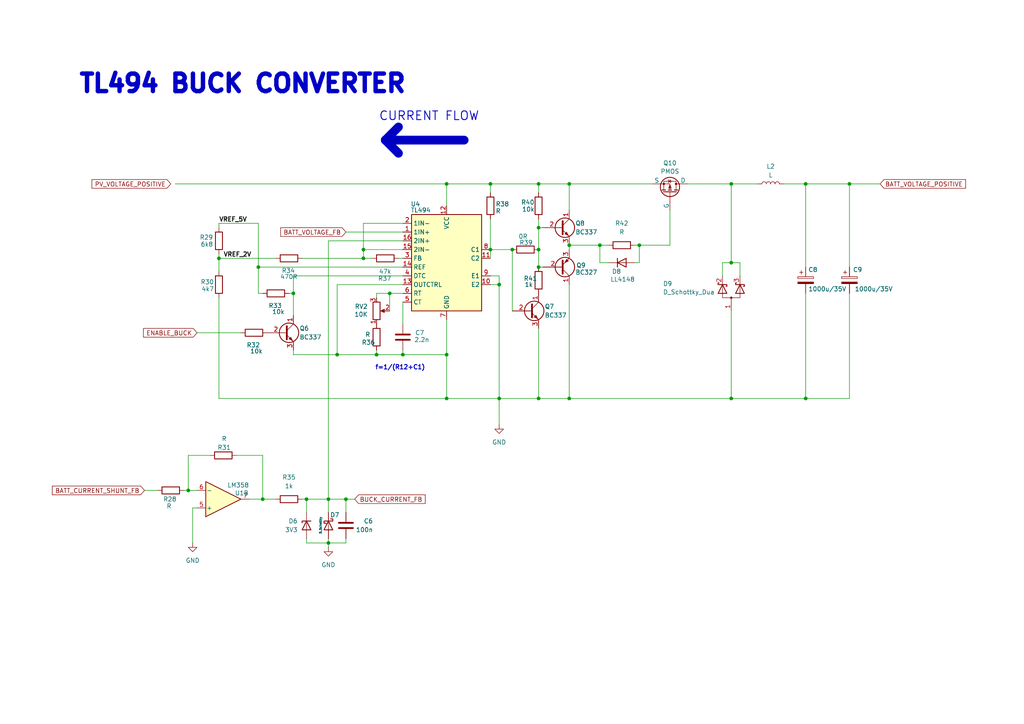
<source format=kicad_sch>
(kicad_sch (version 20231120) (generator "eeschema") (generator_version "8.0")
  (paper "A4")
  (lib_symbols
    (symbol "Amplifier_Operational:LM358" (pin_names (offset 0.127))
      (property "Reference" "U" (at 0 5.08 0))
      (property "Value" "LM358" (at 0 -5.08 0))
      (symbol "LM358_1_1"
        (polyline (pts (xy -5.08 5.08) (xy 5.08 0) (xy -5.08 -5.08) (xy -5.08 5.08)) (stroke (width 0.254)) (fill (type background)))
        (pin output line (at 7.62 0 180) (length 2.54) (name "~") (number "1"))
        (pin input line (at -7.62 -2.54 0) (length 2.54) (name "-") (number "2"))
        (pin input line (at -7.62 2.54 0) (length 2.54) (name "+") (number "3"))
      )
      (symbol "LM358_2_1"
        (polyline (pts (xy -5.08 5.08) (xy 5.08 0) (xy -5.08 -5.08) (xy -5.08 5.08)) (stroke (width 0.254)) (fill (type background)))
        (pin input line (at -7.62 2.54 0) (length 2.54) (name "+") (number "5"))
        (pin input line (at -7.62 -2.54 0) (length 2.54) (name "-") (number "6"))
        (pin output line (at 7.62 0 180) (length 2.54) (name "~") (number "7"))
      )
      (symbol "LM358_3_1"
        (pin power_in line (at -2.54 -7.62 90) (length 3.81) (name "V-") (number "4"))
        (pin power_in line (at -2.54 7.62 270) (length 3.81) (name "V+") (number "8"))
      )
    )
    (symbol "Device:C" (pin_numbers hide) (pin_names (offset 0.254))
      (property "Reference" "C" (at 0.635 2.54 0))
      (property "Value" "C" (at 0.635 -2.54 0))
      (symbol "C_0_1"
        (polyline (pts (xy -2.032 -0.762) (xy 2.032 -0.762)) (stroke (width 0.508)))
        (polyline (pts (xy -2.032 0.762) (xy 2.032 0.762)) (stroke (width 0.508)))
      )
      (symbol "C_1_1"
        (pin passive line (at 0 3.81 270) (length 2.794) (name "~") (number "1"))
        (pin passive line (at 0 -3.81 90) (length 2.794) (name "~") (number "2"))
      )
    )
    (symbol "Device:C_Polarized" (pin_numbers hide) (pin_names (offset 0.254))
      (property "Reference" "C" (at 0.635 2.54 0))
      (property "Value" "C_Polarized" (at 0.635 -2.54 0))
      (symbol "C_Polarized_0_1"
        (rectangle (start -2.286 0.508) (end 2.286 1.016))
        (polyline (pts (xy -1.778 2.286) (xy -0.762 2.286)))
        (polyline (pts (xy -1.27 2.794) (xy -1.27 1.778)))
        (rectangle (start 2.286 -0.508) (end -2.286 -1.016) (fill (type outline)))
      )
      (symbol "C_Polarized_1_1"
        (pin passive line (at 0 3.81 270) (length 2.794) (name "~") (number "1"))
        (pin passive line (at 0 -3.81 90) (length 2.794) (name "~") (number "2"))
      )
    )
    (symbol "Device:D_Schottky" (pin_numbers hide) (pin_names (offset 1.016) hide)
      (property "Reference" "D" (at 0 2.54 0))
      (property "Value" "D_Schottky" (at 0 -2.54 0))
      (symbol "D_Schottky_0_1"
        (polyline (pts (xy 1.27 0) (xy -1.27 0)))
        (polyline (pts (xy 1.27 1.27) (xy 1.27 -1.27) (xy -1.27 0) (xy 1.27 1.27)) (stroke (width 0.254)))
        (polyline (pts (xy -1.905 0.635) (xy -1.905 1.27) (xy -1.27 1.27) (xy -1.27 -1.27) (xy -0.635 -1.27) (xy -0.635 -0.635)) (stroke (width 0.254)))
      )
      (symbol "D_Schottky_1_1"
        (pin passive line (at -3.81 0 0) (length 2.54) (name "K") (number "1"))
        (pin passive line (at 3.81 0 180) (length 2.54) (name "A") (number "2"))
      )
    )
    (symbol "Device:D_Schottky_Dual_CommonAnode_AKK_Parallel" (pin_names (offset 0.762) hide)
      (property "Reference" "D" (at 0 5.08 0))
      (property "Value" "D_Schottky_Dual_CommonAnode_AKK_Parallel" (at 0 -5.08 0))
      (symbol "D_Schottky_Dual_CommonAnode_AKK_Parallel_0_1"
        (circle (center -1.27 0) (radius 0.254) (fill (type outline)))
        (polyline (pts (xy -1.27 0) (xy -2.54 0)))
        (polyline (pts (xy 2.54 2.54) (xy -1.27 2.54) (xy -1.27 -2.54) (xy 2.54 -2.54)))
        (polyline (pts (xy 0 -1.27) (xy 2.54 -2.54) (xy 0 -3.81) (xy 0 -1.27) (xy 0 -1.27) (xy 0 -1.27)) (stroke (width 0.254)))
        (polyline (pts (xy 0 3.81) (xy 2.54 2.54) (xy 0 1.27) (xy 0 3.81) (xy 0 3.81) (xy 0 3.81)) (stroke (width 0.254)))
        (polyline (pts (xy 3.048 -1.524) (xy 3.048 -1.27) (xy 2.54 -1.27) (xy 2.54 -3.81) (xy 2.032 -3.81) (xy 2.032 -3.556)) (stroke (width 0.254)))
        (polyline (pts (xy 3.048 3.556) (xy 3.048 3.81) (xy 2.54 3.81) (xy 2.54 1.27) (xy 2.032 1.27) (xy 2.032 1.524)) (stroke (width 0.254)))
        (pin passive line (at -5.08 0 0) (length 2.54) (name "A") (number "1"))
        (pin passive line (at 5.08 2.54 180) (length 2.54) (name "K") (number "2"))
        (pin passive line (at 5.08 -2.54 180) (length 2.54) (name "K") (number "3"))
      )
    )
    (symbol "Device:D_Zener" (pin_numbers hide) (pin_names (offset 1.016) hide)
      (property "Reference" "D" (at 0 2.54 0))
      (property "Value" "D_Zener" (at 0 -2.54 0))
      (symbol "D_Zener_0_1"
        (polyline (pts (xy 1.27 0) (xy -1.27 0)))
        (polyline (pts (xy -1.27 -1.27) (xy -1.27 1.27) (xy -0.762 1.27)) (stroke (width 0.254)))
        (polyline (pts (xy 1.27 -1.27) (xy 1.27 1.27) (xy -1.27 0) (xy 1.27 -1.27)) (stroke (width 0.254)))
      )
      (symbol "D_Zener_1_1"
        (pin passive line (at -3.81 0 0) (length 2.54) (name "K") (number "1"))
        (pin passive line (at 3.81 0 180) (length 2.54) (name "A") (number "2"))
      )
    )
    (symbol "Device:L" (pin_numbers hide) (pin_names (offset 1.016) hide)
      (property "Reference" "L" (at -1.27 0 90))
      (property "Value" "L" (at 1.905 0 90))
      (symbol "L_0_1"
        (arc (start 0 -2.54) (mid 0.6323 -1.905) (end 0 -1.27))
        (arc (start 0 -1.27) (mid 0.6323 -0.635) (end 0 0))
        (arc (start 0 0) (mid 0.6323 0.635) (end 0 1.27))
        (arc (start 0 1.27) (mid 0.6323 1.905) (end 0 2.54))
      )
      (symbol "L_1_1"
        (pin passive line (at 0 3.81 270) (length 1.27) (name "1") (number "1"))
        (pin passive line (at 0 -3.81 90) (length 1.27) (name "2") (number "2"))
      )
    )
    (symbol "Device:R" (pin_numbers hide) (pin_names (offset 0))
      (property "Reference" "R" (at 2.032 0 90))
      (property "Value" "R" (at 0 0 90))
      (symbol "R_0_1"
        (rectangle (start -1.016 -2.54) (end 1.016 2.54) (stroke (width 0.254)))
      )
      (symbol "R_1_1"
        (pin passive line (at 0 3.81 270) (length 1.27) (name "~") (number "1"))
        (pin passive line (at 0 -3.81 90) (length 1.27) (name "~") (number "2"))
      )
    )
    (symbol "Device:R_Potentiometer" (pin_names (offset 1.016) hide)
      (property "Reference" "RV" (at -4.445 0 90))
      (property "Value" "R_Potentiometer" (at -2.54 0 90))
      (symbol "R_Potentiometer_0_1"
        (polyline (pts (xy 2.54 0) (xy 1.524 0)))
        (polyline (pts (xy 1.143 0) (xy 2.286 0.508) (xy 2.286 -0.508) (xy 1.143 0)) (fill (type outline)))
        (rectangle (start 1.016 2.54) (end -1.016 -2.54) (stroke (width 0.254)))
      )
      (symbol "R_Potentiometer_1_1"
        (pin passive line (at 0 3.81 270) (length 1.27) (name "1") (number "1"))
        (pin passive line (at 3.81 0 180) (length 1.27) (name "2") (number "2"))
        (pin passive line (at 0 -3.81 90) (length 1.27) (name "3") (number "3"))
      )
    )
    (symbol "Diode:LL4148" (pin_numbers hide) (pin_names hide)
      (property "Reference" "D" (at 0 2.54 0))
      (property "Value" "LL4148" (at 0 -2.54 0))
      (symbol "LL4148_0_1"
        (polyline (pts (xy -1.27 1.27) (xy -1.27 -1.27)) (stroke (width 0.254)))
        (polyline (pts (xy 1.27 0) (xy -1.27 0)))
        (polyline (pts (xy 1.27 1.27) (xy 1.27 -1.27) (xy -1.27 0) (xy 1.27 1.27)) (stroke (width 0.254)))
      )
      (symbol "LL4148_1_1"
        (pin passive line (at -3.81 0 0) (length 2.54) (name "K") (number "1"))
        (pin passive line (at 3.81 0 180) (length 2.54) (name "A") (number "2"))
      )
    )
    (symbol "Regulator_Controller:TL494"
      (property "Reference" "U" (at 3.81 19.05 0))
      (property "Value" "TL494" (at 3.81 16.51 0))
      (symbol "TL494_0_1"
        (rectangle (start -10.16 -12.7) (end 10.16 15.24) (stroke (width 0.254)) (fill (type background)))
      )
      (symbol "TL494_1_1"
        (pin input line (at -12.7 10.16 0) (length 2.54) (name "1IN+") (number "1"))
        (pin passive line (at 12.7 -5.08 180) (length 2.54) (name "E2") (number "10"))
        (pin passive line (at 12.7 2.54 180) (length 2.54) (name "C2") (number "11"))
        (pin power_in line (at 0 17.78 270) (length 2.54) (name "VCC") (number "12"))
        (pin input line (at -12.7 -5.08 0) (length 2.54) (name "OUTCTRL") (number "13"))
        (pin power_out line (at -12.7 0 0) (length 2.54) (name "REF") (number "14"))
        (pin input line (at -12.7 5.08 0) (length 2.54) (name "2IN-") (number "15"))
        (pin input line (at -12.7 7.62 0) (length 2.54) (name "2IN+") (number "16"))
        (pin input line (at -12.7 12.7 0) (length 2.54) (name "1IN-") (number "2"))
        (pin output line (at -12.7 2.54 0) (length 2.54) (name "FB") (number "3"))
        (pin input line (at -12.7 -2.54 0) (length 2.54) (name "DTC") (number "4"))
        (pin passive line (at -12.7 -10.16 0) (length 2.54) (name "CT") (number "5"))
        (pin passive line (at -12.7 -7.62 0) (length 2.54) (name "RT") (number "6"))
        (pin power_in line (at 0 -15.24 90) (length 2.54) (name "GND") (number "7"))
        (pin passive line (at 12.7 5.08 180) (length 2.54) (name "C1") (number "8"))
        (pin passive line (at 12.7 -2.54 180) (length 2.54) (name "E1") (number "9"))
      )
    )
    (symbol "Simulation_SPICE:PMOS" (pin_numbers hide) (pin_names (offset 0))
      (property "Reference" "Q" (at 5.08 1.27 0))
      (property "Value" "PMOS" (at 5.08 -1.27 0))
      (symbol "PMOS_0_1"
        (polyline (pts (xy 0.254 0) (xy -2.54 0)))
        (polyline (pts (xy 0.254 1.905) (xy 0.254 -1.905)) (stroke (width 0.254)))
        (polyline (pts (xy 0.762 -1.27) (xy 0.762 -2.286)) (stroke (width 0.254)))
        (polyline (pts (xy 0.762 0.508) (xy 0.762 -0.508)) (stroke (width 0.254)))
        (polyline (pts (xy 0.762 2.286) (xy 0.762 1.27)) (stroke (width 0.254)))
        (polyline (pts (xy 2.54 2.54) (xy 2.54 1.778)))
        (polyline (pts (xy 2.54 -2.54) (xy 2.54 0) (xy 0.762 0)))
        (polyline (pts (xy 0.762 1.778) (xy 3.302 1.778) (xy 3.302 -1.778) (xy 0.762 -1.778)))
        (polyline (pts (xy 2.286 0) (xy 1.27 0.381) (xy 1.27 -0.381) (xy 2.286 0)) (fill (type outline)))
        (polyline (pts (xy 2.794 -0.508) (xy 2.921 -0.381) (xy 3.683 -0.381) (xy 3.81 -0.254)))
        (polyline (pts (xy 3.302 -0.381) (xy 2.921 0.254) (xy 3.683 0.254) (xy 3.302 -0.381)))
        (circle (center 1.651 0) (radius 2.794) (stroke (width 0.254)))
        (circle (center 2.54 -1.778) (radius 0.254) (fill (type outline)))
        (circle (center 2.54 1.778) (radius 0.254) (fill (type outline)))
      )
      (symbol "PMOS_1_1"
        (pin passive line (at 2.54 5.08 270) (length 2.54) (name "D") (number "1"))
        (pin input line (at -5.08 0 0) (length 2.54) (name "G") (number "2"))
        (pin passive line (at 2.54 -5.08 90) (length 2.54) (name "S") (number "3"))
      )
    )
    (symbol "Transistor_BJT:BC327" (pin_names (offset 0) hide)
      (property "Reference" "Q" (at 5.08 1.905 0))
      (property "Value" "BC327" (at 5.08 0 0))
      (symbol "BC327_0_1"
        (polyline (pts (xy 0.635 0.635) (xy 2.54 2.54)))
        (polyline (pts (xy 0.635 -0.635) (xy 2.54 -2.54) (xy 2.54 -2.54)))
        (polyline (pts (xy 0.635 1.905) (xy 0.635 -1.905) (xy 0.635 -1.905)) (stroke (width 0.508)))
        (polyline (pts (xy 2.286 -1.778) (xy 1.778 -2.286) (xy 1.27 -1.27) (xy 2.286 -1.778) (xy 2.286 -1.778)) (fill (type outline)))
        (circle (center 1.27 0) (radius 2.8194) (stroke (width 0.254)))
      )
      (symbol "BC327_1_1"
        (pin passive line (at 2.54 5.08 270) (length 2.54) (name "C") (number "1"))
        (pin input line (at -5.08 0 0) (length 5.715) (name "B") (number "2"))
        (pin passive line (at 2.54 -5.08 90) (length 2.54) (name "E") (number "3"))
      )
    )
    (symbol "Transistor_BJT:BC337" (pin_names (offset 0) hide)
      (property "Reference" "Q" (at 5.08 1.905 0))
      (property "Value" "BC337" (at 5.08 0 0))
      (symbol "BC337_0_1"
        (polyline (pts (xy 0 0) (xy 0.635 0)))
        (polyline (pts (xy 0.635 0.635) (xy 2.54 2.54)))
        (polyline (pts (xy 0.635 -0.635) (xy 2.54 -2.54) (xy 2.54 -2.54)))
        (polyline (pts (xy 0.635 1.905) (xy 0.635 -1.905) (xy 0.635 -1.905)) (stroke (width 0.508)))
        (polyline (pts (xy 1.27 -1.778) (xy 1.778 -1.27) (xy 2.286 -2.286) (xy 1.27 -1.778) (xy 1.27 -1.778)) (fill (type outline)))
        (circle (center 1.27 0) (radius 2.8194) (stroke (width 0.254)))
      )
      (symbol "BC337_1_1"
        (pin passive line (at 2.54 5.08 270) (length 2.54) (name "C") (number "1"))
        (pin input line (at -5.08 0 0) (length 5.08) (name "B") (number "2"))
        (pin passive line (at 2.54 -5.08 90) (length 2.54) (name "E") (number "3"))
      )
    )
    (symbol "power:GND" (power) (pin_numbers hide) (pin_names (offset 0) hide)
      (property "Value" "GND" (at 0 -3.81 0))
      (symbol "GND_0_1"
        (polyline (pts (xy 0 0) (xy 0 -1.27) (xy 1.27 -1.27) (xy 0 -2.54) (xy -1.27 -1.27) (xy 0 -1.27)))
      )
      (symbol "GND_1_1"
        (pin power_in line (at 0 0 270) (length 0) (name "~") (number "1"))
      )
    )
  )
  (junction (at 109.22 102.87))
  (junction (at 144.78 82.55))
  (junction (at 165.1 115.57))
  (junction (at 148.59 72.39))
  (junction (at 129.54 53.34))
  (junction (at 63.5 74.93))
  (junction (at 185.42 71.12))
  (junction (at 95.25 144.78))
  (junction (at 156.21 53.34))
  (junction (at 74.93 77.47))
  (junction (at 95.25 157.48))
  (junction (at 54.61 142.24))
  (junction (at 85.09 85.09))
  (junction (at 113.03 85.09))
  (junction (at 129.54 102.87))
  (junction (at 233.68 53.34))
  (junction (at 212.09 53.34))
  (junction (at 156.21 66.04))
  (junction (at 116.84 102.87))
  (junction (at 156.21 72.39))
  (junction (at 173.99 71.12))
  (junction (at 233.68 115.57))
  (junction (at 129.54 115.57))
  (junction (at 165.1 71.12))
  (junction (at 156.21 115.57))
  (junction (at 144.78 115.57))
  (junction (at 142.24 53.34))
  (junction (at 100.33 144.78))
  (junction (at 97.79 102.87))
  (junction (at 246.38 53.34))
  (junction (at 156.21 77.47))
  (junction (at 105.41 74.93))
  (junction (at 165.1 53.34))
  (junction (at 142.24 72.39))
  (junction (at 105.41 72.39))
  (junction (at 212.09 76.2))
  (junction (at 88.9 144.78))
  (junction (at 76.2 144.78))
  (junction (at 212.09 115.57))
  (wire (pts (xy 246.38 85.09) (xy 246.38 115.57)))
  (wire (pts (xy 85.09 102.87) (xy 97.79 102.87)))
  (wire (pts (xy 129.54 92.71) (xy 129.54 102.87)))
  (wire (pts (xy 109.22 85.09) (xy 113.03 85.09)))
  (wire (pts (xy 76.2 85.09) (xy 74.93 85.09)))
  (wire (pts (xy 95.25 69.85) (xy 95.25 144.78)))
  (wire (pts (xy 156.21 95.25) (xy 156.21 115.57)))
  (wire (pts (xy 63.5 73.66) (xy 63.5 74.93)))
  (wire (pts (xy 142.24 82.55) (xy 144.78 82.55)))
  (wire (pts (xy 148.59 72.39) (xy 142.24 72.39)))
  (wire (pts (xy 184.15 76.2) (xy 185.42 76.2)))
  (wire (pts (xy 55.88 147.32) (xy 57.15 147.32)))
  (wire (pts (xy 233.68 53.34) (xy 233.68 77.47)))
  (wire (pts (xy 105.41 64.77) (xy 105.41 72.39)))
  (wire (pts (xy 142.24 72.39) (xy 142.24 74.93)))
  (wire (pts (xy 63.5 74.93) (xy 63.5 78.74)))
  (wire (pts (xy 95.25 157.48) (xy 100.33 157.48)))
  (wire (pts (xy 76.2 144.78) (xy 72.39 144.78)))
  (wire (pts (xy 156.21 63.5) (xy 156.21 66.04)))
  (wire (pts (xy 55.88 157.48) (xy 55.88 147.32)))
  (wire (pts (xy 165.1 71.12) (xy 165.1 72.39)))
  (wire (pts (xy 212.09 90.17) (xy 212.09 115.57)))
  (wire (pts (xy 246.38 53.34) (xy 255.27 53.34)))
  (wire (pts (xy 129.54 53.34) (xy 142.24 53.34)))
  (wire (pts (xy 129.54 115.57) (xy 144.78 115.57)))
  (wire (pts (xy 116.84 64.77) (xy 105.41 64.77)))
  (wire (pts (xy 156.21 53.34) (xy 165.1 53.34)))
  (wire (pts (xy 142.24 63.5) (xy 142.24 72.39)))
  (wire (pts (xy 115.57 74.93) (xy 116.84 74.93)))
  (wire (pts (xy 157.48 77.47) (xy 156.21 77.47)))
  (wire (pts (xy 233.68 85.09) (xy 233.68 115.57)))
  (wire (pts (xy 156.21 66.04) (xy 157.48 66.04)))
  (wire (pts (xy 63.5 86.36) (xy 63.5 115.57)))
  (wire (pts (xy 156.21 53.34) (xy 156.21 55.88)))
  (wire (pts (xy 109.22 102.87) (xy 116.84 102.87)))
  (wire (pts (xy 209.55 76.2) (xy 212.09 76.2)))
  (wire (pts (xy 50.8 53.34) (xy 129.54 53.34)))
  (wire (pts (xy 212.09 76.2) (xy 212.09 53.34)))
  (wire (pts (xy 212.09 115.57) (xy 233.68 115.57)))
  (wire (pts (xy 165.1 82.55) (xy 165.1 115.57)))
  (wire (pts (xy 176.53 76.2) (xy 173.99 76.2)))
  (wire (pts (xy 100.33 67.31) (xy 116.84 67.31)))
  (wire (pts (xy 109.22 85.09) (xy 109.22 86.36)))
  (wire (pts (xy 116.84 102.87) (xy 129.54 102.87)))
  (wire (pts (xy 144.78 82.55) (xy 144.78 115.57)))
  (wire (pts (xy 185.42 71.12) (xy 194.31 71.12)))
  (wire (pts (xy 54.61 142.24) (xy 54.61 132.08)))
  (wire (pts (xy 95.25 69.85) (xy 116.84 69.85)))
  (wire (pts (xy 87.63 74.93) (xy 105.41 74.93)))
  (wire (pts (xy 165.1 71.12) (xy 173.99 71.12)))
  (wire (pts (xy 142.24 53.34) (xy 142.24 55.88)))
  (polyline (pts (xy 115.57 36.83) (xy 111.76 40.64)) (stroke (width 2.54)))
  (wire (pts (xy 63.5 64.77) (xy 74.93 64.77)))
  (wire (pts (xy 116.84 85.09) (xy 113.03 85.09)))
  (wire (pts (xy 63.5 64.77) (xy 63.5 66.04)))
  (wire (pts (xy 41.91 142.24) (xy 45.72 142.24)))
  (wire (pts (xy 156.21 72.39) (xy 156.21 66.04)))
  (wire (pts (xy 74.93 77.47) (xy 116.84 77.47)))
  (wire (pts (xy 212.09 76.2) (xy 214.63 76.2)))
  (wire (pts (xy 85.09 80.01) (xy 116.84 80.01)))
  (wire (pts (xy 233.68 53.34) (xy 246.38 53.34)))
  (wire (pts (xy 85.09 85.09) (xy 85.09 91.44)))
  (wire (pts (xy 88.9 156.21) (xy 88.9 157.48)))
  (wire (pts (xy 105.41 74.93) (xy 107.95 74.93)))
  (wire (pts (xy 116.84 87.63) (xy 116.84 93.98)))
  (wire (pts (xy 185.42 76.2) (xy 185.42 71.12)))
  (wire (pts (xy 214.63 76.2) (xy 214.63 80.01)))
  (wire (pts (xy 100.33 157.48) (xy 100.33 156.21)))
  (wire (pts (xy 97.79 82.55) (xy 97.79 102.87)))
  (wire (pts (xy 212.09 53.34) (xy 219.71 53.34)))
  (wire (pts (xy 173.99 76.2) (xy 173.99 71.12)))
  (wire (pts (xy 116.84 101.6) (xy 116.84 102.87)))
  (wire (pts (xy 233.68 115.57) (xy 246.38 115.57)))
  (wire (pts (xy 100.33 144.78) (xy 102.87 144.78)))
  (wire (pts (xy 156.21 77.47) (xy 156.21 72.39)))
  (wire (pts (xy 144.78 80.01) (xy 144.78 82.55)))
  (wire (pts (xy 184.15 71.12) (xy 185.42 71.12)))
  (wire (pts (xy 109.22 101.6) (xy 109.22 102.87)))
  (wire (pts (xy 113.03 85.09) (xy 113.03 90.17)))
  (wire (pts (xy 209.55 80.01) (xy 209.55 76.2)))
  (wire (pts (xy 85.09 101.6) (xy 85.09 102.87)))
  (wire (pts (xy 246.38 53.34) (xy 246.38 77.47)))
  (wire (pts (xy 97.79 102.87) (xy 109.22 102.87)))
  (wire (pts (xy 156.21 115.57) (xy 165.1 115.57)))
  (polyline (pts (xy 115.57 44.45) (xy 111.76 40.64)) (stroke (width 2.54)))
  (wire (pts (xy 95.25 144.78) (xy 88.9 144.78)))
  (wire (pts (xy 74.93 85.09) (xy 74.93 77.47)))
  (wire (pts (xy 227.33 53.34) (xy 233.68 53.34)))
  (wire (pts (xy 95.25 144.78) (xy 95.25 148.59)))
  (wire (pts (xy 95.25 157.48) (xy 95.25 158.75)))
  (wire (pts (xy 80.01 144.78) (xy 76.2 144.78)))
  (wire (pts (xy 69.85 96.52) (xy 57.15 96.52)))
  (wire (pts (xy 85.09 80.01) (xy 85.09 85.09)))
  (wire (pts (xy 142.24 80.01) (xy 144.78 80.01)))
  (wire (pts (xy 95.25 156.21) (xy 95.25 157.48)))
  (wire (pts (xy 88.9 144.78) (xy 88.9 148.59)))
  (wire (pts (xy 116.84 72.39) (xy 105.41 72.39)))
  (wire (pts (xy 63.5 74.93) (xy 80.01 74.93)))
  (wire (pts (xy 129.54 102.87) (xy 129.54 115.57)))
  (wire (pts (xy 95.25 144.78) (xy 100.33 144.78)))
  (wire (pts (xy 165.1 60.96) (xy 165.1 53.34)))
  (wire (pts (xy 88.9 157.48) (xy 95.25 157.48)))
  (wire (pts (xy 100.33 144.78) (xy 100.33 148.59)))
  (wire (pts (xy 165.1 53.34) (xy 189.23 53.34)))
  (wire (pts (xy 105.41 74.93) (xy 105.41 72.39)))
  (wire (pts (xy 142.24 53.34) (xy 156.21 53.34)))
  (wire (pts (xy 60.96 132.08) (xy 54.61 132.08)))
  (polyline (pts (xy 134.62 40.64) (xy 111.76 40.64)) (stroke (width 2.54)))
  (wire (pts (xy 68.58 132.08) (xy 76.2 132.08)))
  (wire (pts (xy 148.59 90.17) (xy 148.59 72.39)))
  (wire (pts (xy 57.15 142.24) (xy 54.61 142.24)))
  (wire (pts (xy 129.54 53.34) (xy 129.54 59.69)))
  (wire (pts (xy 87.63 144.78) (xy 88.9 144.78)))
  (wire (pts (xy 74.93 77.47) (xy 74.93 64.77)))
  (wire (pts (xy 173.99 71.12) (xy 176.53 71.12)))
  (wire (pts (xy 199.39 53.34) (xy 212.09 53.34)))
  (wire (pts (xy 63.5 115.57) (xy 129.54 115.57)))
  (wire (pts (xy 83.82 85.09) (xy 85.09 85.09)))
  (wire (pts (xy 144.78 115.57) (xy 156.21 115.57)))
  (wire (pts (xy 76.2 144.78) (xy 76.2 132.08)))
  (wire (pts (xy 97.79 82.55) (xy 116.84 82.55)))
  (wire (pts (xy 54.61 142.24) (xy 53.34 142.24)))
  (wire (pts (xy 144.78 115.57) (xy 144.78 123.19)))
  (wire (pts (xy 194.31 60.96) (xy 194.31 71.12)))
  (wire (pts (xy 165.1 115.57) (xy 212.09 115.57)))
  (text "CURRENT FLOW" (at 124.46 33.782 0) (effects (font (size 2.54 2.54) (thickness 0.254) (bold yes))))
  (text "f=1/(R12+C1)" (at 116.078 106.68 0) (effects (font (size 1.27 1.27) (thickness 0.254) (bold yes))))
  (text "TL494 BUCK CONVERTER\n" (at 70.358 24.384 0) (effects (font (size 5.08 5.08) (thickness 1.524) (bold yes))))
  (label "VREF_5V" (at 63.5 64.77 0) (effects (font (bold yes))))
  (label "VREF_2V" (at 64.77 74.93 0) (effects (font (bold yes))))
  (global_label "BUCK_CURRENT_FB" (shape input) (at 102.87 144.78 0) (property "Intersheetrefs" "${INTERSHEET_REFS}" (effects (hide yes))))
  (global_label "BATT_VOLTAGE_FB" (shape input) (at 100.33 67.31 180) (property "Intersheetrefs" "${INTERSHEET_REFS}" (effects (hide yes))))
  (global_label "PV_VOLTAGE_POSITIVE" (shape input) (at 49.53 53.34 180) (property "Intersheetrefs" "${INTERSHEET_REFS}" (effects (hide yes))))
  (global_label "BATT_CURRENT_SHUNT_FB" (shape input) (at 41.91 142.24 180) (property "Intersheetrefs" "${INTERSHEET_REFS}" (effects (hide yes))))
  (global_label "ENABLE_BUCK" (shape input) (at 57.15 96.52 180) (property "Intersheetrefs" "${INTERSHEET_REFS}" (effects (hide yes))))
  (global_label "BATT_VOLTAGE_POSITIVE" (shape input) (at 255.27 53.34 0) (property "Intersheetrefs" "${INTERSHEET_REFS}" (effects (hide yes))))
  (symbol (lib_id "Device:L") (at 223.52 53.34 90) (unit 1)
    (property "Reference" "L2" (at 223.52 48.26 90))
    (property "Value" "L" (at 223.52 50.8 90))
    (property "Footprint" "Inductor_THT:L_Toroid_Vertical_L28.6mm_W14.3mm_P11.43mm_Bourns_5700" (effects (hide yes)))
    (property "Description" "Inductor" (effects (hide yes)))
  )
  (symbol (lib_id "Device:C_Polarized") (at 246.38 81.28 0) (unit 1)
    (property "Reference" "C9" (at 247.396 78.232 0) (effects (justify left)))
    (property "Value" "1000u/35V" (at 247.904 83.82 0) (effects (justify left)))
    (property "Footprint" "Capacitor_THT:CP_Radial_D10.0mm_P3.50mm" (effects (hide yes)))
    (property "Description" "Polarized capacitor" (effects (hide yes)))
  )
  (symbol (lib_id "Device:C") (at 116.84 97.79 0) (unit 1)
    (property "Reference" "C7" (at 120.396 96.52 0) (effects (justify left)))
    (property "Value" "2.2n" (at 120.142 98.552 0) (effects (justify left)))
    (property "Footprint" "Capacitor_SMD:C_0805_2012Metric_Pad1.18x1.45mm_HandSolder" (effects (hide yes)))
    (property "Description" "Unpolarized capacitor" (effects (hide yes)))
  )
  (symbol (lib_id "Transistor_BJT:BC337") (at 153.67 90.17 0) (unit 1)
    (property "Reference" "Q7" (at 157.988 88.9 0) (effects (justify left)))
    (property "Value" "BC337" (at 157.988 91.44 0) (effects (justify left)))
    (property "Footprint" "Package_TO_SOT_THT:TO-92_Inline" (effects (hide yes)))
    (property "Datasheet" "https://diotec.com/tl_files/diotec/files/pdf/datasheets/bc337.pdf" (effects (hide yes)))
    (property "Description" "0.8A Ic, 45V Vce, NPN Transistor, TO-92" (effects (hide yes)))
  )
  (symbol (lib_id "Transistor_BJT:BC327") (at 162.56 77.47 0) (mirror x) (unit 1)
    (property "Reference" "Q9" (at 167.132 76.962 0) (effects (justify left)))
    (property "Value" "BC327" (at 166.878 78.994 0) (effects (justify left)))
    (property "Footprint" "Package_TO_SOT_THT:TO-92_Inline" (effects (hide yes)))
    (property "Datasheet" "http://www.onsemi.com/pub_link/Collateral/BC327-D.PDF" (effects (hide yes)))
    (property "Description" "0.8A Ic, 45V Vce, PNP Transistor, TO-92" (effects (hide yes)))
  )
  (symbol (lib_id "power:GND") (at 144.78 123.19 0) (unit 1)
    (property "Reference" "#PWR016" (effects (hide yes)))
    (property "Value" "GND" (at 144.78 128.27 0))
    (property "Description" "Power symbol creates a global label with name \"GND\" , ground" (effects (hide yes)))
  )
  (symbol (lib_id "Device:R") (at 109.22 97.79 0) (unit 1)
    (property "Reference" "R36" (at 104.902 99.314 0) (effects (justify left)))
    (property "Value" "R" (at 105.918 97.028 0) (effects (justify left)))
    (property "Footprint" "Resistor_SMD:R_0805_2012Metric" (effects (hide yes)))
    (property "Description" "Resistor" (effects (hide yes)))
  )
  (symbol (lib_id "Device:D_Zener") (at 88.9 152.4 90) (mirror x) (unit 1)
    (property "Reference" "D6" (at 86.36 151.1299 90) (effects (justify left)))
    (property "Value" "3V3" (at 86.36 153.6699 90) (effects (justify left)))
    (property "Footprint" "Diode_SMD:D_MiniMELF" (effects (hide yes)))
    (property "Description" "Zener diode" (effects (hide yes)))
  )
  (symbol (lib_id "Device:D_Schottky_Dual_CommonAnode_AKK_Parallel") (at 212.09 85.09 90) (unit 1)
    (property "Reference" "D9" (at 192.278 82.296 90) (effects (justify right)))
    (property "Value" "D_Schottky_Dua" (at 192.278 84.7203 90) (effects (justify right)))
    (property "Footprint" "My-Footprints:TO-220-3_Vertical-little-bigger pads" (effects (hide yes)))
    (property "Description" "Dual Schottky diode, common anode on pin 1" (effects (hide yes)))
  )
  (symbol (lib_id "Device:R") (at 156.21 59.69 0) (unit 1)
    (property "Reference" "R40" (at 151.13 58.674 0) (effects (justify left)))
    (property "Value" "10k" (at 151.384 60.706 0) (effects (justify left)))
    (property "Footprint" "Resistor_SMD:R_0805_2012Metric" (effects (hide yes)))
    (property "Description" "Resistor" (effects (hide yes)))
  )
  (symbol (lib_id "Simulation_SPICE:PMOS") (at 194.31 55.88 270) (mirror x) (unit 1)
    (property "Reference" "Q10" (at 194.31 47.2905 90))
    (property "Value" "PMOS" (at 194.31 49.7148 90))
    (property "Footprint" "My-Footprints:TO-220-3_Vertical-little-bigger pads" (effects (hide yes)))
    (property "Datasheet" "https://ngspice.sourceforge.io/docs/ngspice-html-manual/manual.xhtml#cha_MOSFETs" (effects (hide yes)))
    (property "Description" "P-MOSFET transistor, drain/source/gate" (effects (hide yes)))
    (property "Sim.Device" "PMOS" (effects (hide yes)))
    (property "Sim.Type" "VDMOS" (effects (hide yes)))
    (property "Sim.Pins" "1=D 2=G 3=S" (effects (hide yes)))
  )
  (symbol (lib_id "Device:R") (at 64.77 132.08 90) (mirror x) (unit 1)
    (property "Reference" "R31" (at 65.024 129.794 90))
    (property "Value" "R" (at 65.024 127.254 90))
    (property "Footprint" "Resistor_SMD:R_0805_2012Metric" (effects (hide yes)))
    (property "Description" "Resistor" (effects (hide yes)))
  )
  (symbol (lib_id "Device:R") (at 156.21 81.28 0) (unit 1)
    (property "Reference" "R41" (at 151.892 80.772 0) (effects (justify left)))
    (property "Value" "1k" (at 152.146 82.55 0) (effects (justify left)))
    (property "Footprint" "Resistor_SMD:R_0805_2012Metric" (effects (hide yes)))
    (property "Description" "Resistor" (effects (hide yes)))
  )
  (symbol (lib_id "power:GND") (at 55.88 157.48 0) (unit 1)
    (property "Reference" "#PWR014" (effects (hide yes)))
    (property "Value" "GND" (at 55.88 162.56 0))
    (property "Description" "Power symbol creates a global label with name \"GND\" , ground" (effects (hide yes)))
  )
  (symbol (lib_id "Device:C") (at 100.33 152.4 0) (mirror y) (unit 1)
    (property "Reference" "C6" (at 108.204 151.13 0) (effects (justify left)))
    (property "Value" "100n" (at 108.204 153.67 0) (effects (justify left)))
    (property "Footprint" "Resistor_SMD:R_0805_2012Metric_Pad1.20x1.40mm_HandSolder" (effects (hide yes)))
    (property "Description" "Unpolarized capacitor" (effects (hide yes)))
  )
  (symbol (lib_id "Device:R_Potentiometer") (at 109.22 90.17 0) (mirror x) (unit 1)
    (property "Reference" "RV2" (at 106.68 88.8999 0) (effects (justify right)))
    (property "Value" "10K" (at 106.68 91.186 0) (effects (justify right)))
    (property "Footprint" "Potentiometer_THT:Potentiometer_Runtron_RM-065_Vertical" (effects (hide yes)))
    (property "Description" "Potentiometer" (effects (hide yes)))
  )
  (symbol (lib_id "Device:R") (at 80.01 85.09 90) (unit 1)
    (property "Reference" "R33" (at 81.788 88.646 90) (effects (justify left)))
    (property "Value" "10k" (at 82.55 90.424 90) (effects (justify left)))
    (property "Footprint" "Resistor_SMD:R_0805_2012Metric" (effects (hide yes)))
    (property "Description" "Resistor" (effects (hide yes)))
  )
  (symbol (lib_id "power:GND") (at 95.25 158.75 0) (unit 1)
    (property "Reference" "#PWR015" (effects (hide yes)))
    (property "Value" "GND" (at 95.25 163.83 0))
    (property "Description" "Power symbol creates a global label with name \"GND\" , ground" (effects (hide yes)))
  )
  (symbol (lib_id "Device:C_Polarized") (at 233.68 81.28 0) (unit 1)
    (property "Reference" "C8" (at 234.442 78.232 0) (effects (justify left)))
    (property "Value" "1000u/35V" (at 234.442 83.82 0) (effects (justify left)))
    (property "Footprint" "Capacitor_THT:CP_Radial_D10.0mm_P3.50mm" (effects (hide yes)))
    (property "Description" "Polarized capacitor" (effects (hide yes)))
  )
  (symbol (lib_id "Device:R") (at 63.5 69.85 0) (unit 1)
    (property "Reference" "R29" (at 57.912 68.834 0) (effects (justify left)))
    (property "Value" "6k8" (at 58.166 70.866 0) (effects (justify left)))
    (property "Footprint" "Resistor_SMD:R_0805_2012Metric" (effects (hide yes)))
    (property "Description" "Resistor" (effects (hide yes)))
  )
  (symbol (lib_id "Device:R") (at 180.34 71.12 90) (unit 1)
    (property "Reference" "R42" (at 180.34 64.77 90))
    (property "Value" "R" (at 180.34 67.31 90))
    (property "Footprint" "Resistor_SMD:R_0805_2012Metric" (effects (hide yes)))
    (property "Description" "Resistor" (effects (hide yes)))
  )
  (symbol (lib_id "Amplifier_Operational:LM358") (at 64.77 144.78 0) (mirror x) (unit 2)
    (property "Reference" "U1" (at 70.104 143.002 0))
    (property "Value" "LM358" (at 69.088 140.716 0))
    (property "Footprint" "Package_DIP:CERDIP-8_W7.62mm_SideBrazed_LongPads" (effects (hide yes)))
    (property "Datasheet" "http://www.ti.com/lit/ds/symlink/lm2904-n.pdf" (effects (hide yes)))
    (property "Description" "Low-Power, Dual Operational Amplifiers, DIP-8/SOIC-8/TO-99-8" (effects (hide yes)))
  )
  (symbol (lib_id "Device:R") (at 152.4 72.39 270) (unit 1)
    (property "Reference" "R39" (at 150.622 70.358 90) (effects (justify left)))
    (property "Value" "0R" (at 150.368 68.58 90) (effects (justify left)))
    (property "Footprint" "Resistor_SMD:R_0805_2012Metric" (effects (hide yes)))
    (property "Description" "Resistor" (effects (hide yes)))
  )
  (symbol (lib_id "Device:R") (at 73.66 96.52 90) (unit 1)
    (property "Reference" "R32" (at 75.438 100.076 90) (effects (justify left)))
    (property "Value" "10k" (at 76.2 101.854 90) (effects (justify left)))
    (property "Footprint" "Resistor_SMD:R_0805_2012Metric" (effects (hide yes)))
    (property "Description" "Resistor" (effects (hide yes)))
  )
  (symbol (lib_id "Device:R") (at 49.53 142.24 270) (mirror x) (unit 1)
    (property "Reference" "R28" (at 49.276 144.78 90))
    (property "Value" "R" (at 49.022 146.812 90))
    (property "Footprint" "Resistor_SMD:R_0805_2012Metric" (effects (hide yes)))
    (property "Description" "Resistor" (effects (hide yes)))
  )
  (symbol (lib_id "Device:R") (at 142.24 59.69 0) (unit 1)
    (property "Reference" "R38" (at 143.764 59.182 0) (effects (justify left)))
    (property "Value" "R" (at 143.764 61.214 0) (effects (justify left)))
    (property "Footprint" "Resistor_SMD:R_0805_2012Metric" (effects (hide yes)))
    (property "Description" "Resistor" (effects (hide yes)))
  )
  (symbol (lib_id "Diode:LL4148") (at 180.34 76.2 0) (unit 1)
    (property "Reference" "D8" (at 178.816 78.74 0))
    (property "Value" "LL4148" (at 180.594 81.026 0))
    (property "Footprint" "Diode_SMD:D_MiniMELF" (effects (hide yes)))
    (property "Datasheet" "http://www.vishay.com/docs/85557/ll4148.pdf" (effects (hide yes)))
    (property "Description" "100V 0.15A standard switching diode, MiniMELF" (effects (hide yes)))
    (property "Sim.Device" "D" (effects (hide yes)))
    (property "Sim.Pins" "1=K 2=A" (effects (hide yes)))
  )
  (symbol (lib_id "Device:R") (at 111.76 74.93 90) (unit 1)
    (property "Reference" "R37" (at 113.538 80.772 90) (effects (justify left)))
    (property "Value" "47k" (at 113.538 78.74 90) (effects (justify left)))
    (property "Footprint" "Resistor_SMD:R_0805_2012Metric" (effects (hide yes)))
    (property "Description" "Resistor" (effects (hide yes)))
  )
  (symbol (lib_id "Regulator_Controller:TL494") (at 129.54 77.47 0) (unit 1)
    (property "Reference" "U4" (at 119.126 59.182 0) (effects (justify left)))
    (property "Value" "TL494" (at 119.126 60.96 0) (effects (justify left)))
    (property "Footprint" "Package_DIP:CERDIP-16_W7.62mm_SideBrazed_LongPads" (effects (hide yes)))
    (property "Datasheet" "http://www.ti.com/lit/ds/symlink/tl494.pdf" (effects (hide yes)))
    (property "Description" "Pulse-Width-Modulation Control Circuits, PDIP-16/SOIC-16/TSSOP-16" (effects (hide yes)))
  )
  (symbol (lib_id "Device:D_Schottky") (at 95.25 152.4 270) (unit 1)
    (property "Reference" "D7" (at 95.758 149.352 90) (effects (justify left)))
    (property "Value" "D_Schottky" (at 92.964 149.86 0) (effects (font (size 0.6 0.6)) (justify left)))
    (property "Footprint" "Diode_SMD:D_MiniMELF" (effects (hide yes)))
    (property "Description" "Schottky diode" (effects (hide yes)))
  )
  (symbol (lib_id "Transistor_BJT:BC337") (at 162.56 66.04 0) (unit 1)
    (property "Reference" "Q8" (at 166.878 64.77 0) (effects (justify left)))
    (property "Value" "BC337" (at 166.878 67.31 0) (effects (justify left)))
    (property "Footprint" "Package_TO_SOT_THT:TO-92_Inline" (effects (hide yes)))
    (property "Datasheet" "https://diotec.com/tl_files/diotec/files/pdf/datasheets/bc337.pdf" (effects (hide yes)))
    (property "Description" "0.8A Ic, 45V Vce, NPN Transistor, TO-92" (effects (hide yes)))
  )
  (symbol (lib_id "Device:R") (at 63.5 82.55 0) (unit 1)
    (property "Reference" "R30" (at 58.166 81.788 0) (effects (justify left)))
    (property "Value" "4k7" (at 58.42 83.82 0) (effects (justify left)))
    (property "Footprint" "Resistor_SMD:R_0805_2012Metric" (effects (hide yes)))
    (property "Description" "Resistor" (effects (hide yes)))
  )
  (symbol (lib_id "Device:R") (at 83.82 144.78 270) (mirror x) (unit 1)
    (property "Reference" "R35" (at 83.82 138.43 90))
    (property "Value" "1k" (at 83.82 140.97 90))
    (property "Footprint" "Resistor_SMD:R_0805_2012Metric" (effects (hide yes)))
    (property "Description" "Resistor" (effects (hide yes)))
  )
  (symbol (lib_id "Device:R") (at 83.82 74.93 90) (unit 1)
    (property "Reference" "R34" (at 85.598 78.486 90) (effects (justify left)))
    (property "Value" "470R" (at 86.36 80.264 90) (effects (justify left)))
    (property "Footprint" "Resistor_SMD:R_0805_2012Metric" (effects (hide yes)))
    (property "Description" "Resistor" (effects (hide yes)))
  )
  (symbol (lib_id "Transistor_BJT:BC337") (at 82.55 96.52 0) (unit 1)
    (property "Reference" "Q6" (at 86.868 95.25 0) (effects (justify left)))
    (property "Value" "BC337" (at 86.868 97.79 0) (effects (justify left)))
    (property "Footprint" "Package_TO_SOT_THT:TO-92_Inline" (effects (hide yes)))
    (property "Datasheet" "https://diotec.com/tl_files/diotec/files/pdf/datasheets/bc337.pdf" (effects (hide yes)))
    (property "Description" "0.8A Ic, 45V Vce, NPN Transistor, TO-92" (effects (hide yes)))
  )
)
</source>
